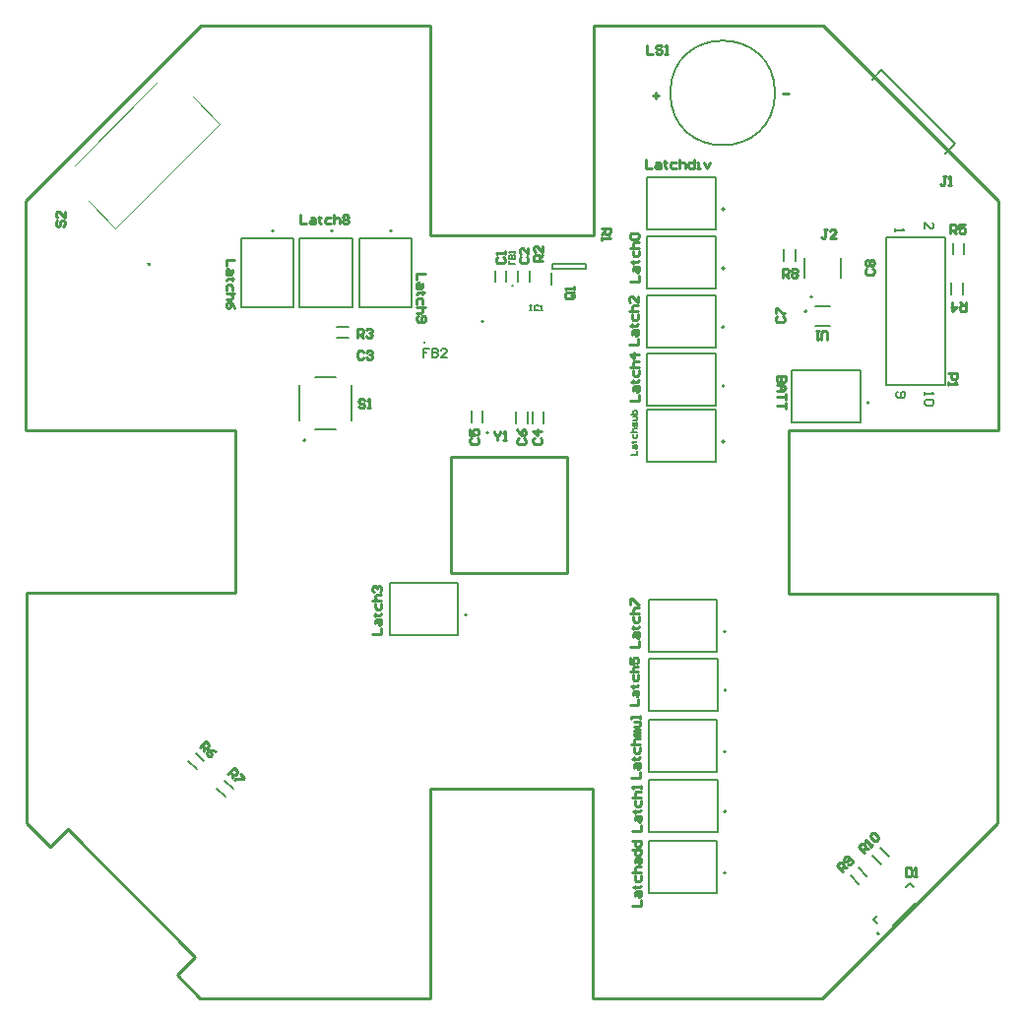
<source format=gto>
G04*
G04 #@! TF.GenerationSoftware,Altium Limited,Altium Designer,21.8.1 (53)*
G04*
G04 Layer_Color=65535*
%FSLAX42Y42*%
%MOMM*%
G71*
G04*
G04 #@! TF.SameCoordinates,4C7B3126-2604-42B9-8956-4212446E7276*
G04*
G04*
G04 #@! TF.FilePolarity,Positive*
G04*
G01*
G75*
%ADD10C,0.20*%
%ADD11C,0.13*%
%ADD12C,0.10*%
%ADD13C,0.20*%
%ADD14C,0.25*%
%ADD15C,0.15*%
%ADD16C,0.25*%
D10*
X1165Y6429D02*
G03*
X1151Y6444I-7J7D01*
G01*
D02*
G03*
X1165Y6429I7J-7D01*
G01*
X7352Y5248D02*
G03*
X7352Y5248I-10J0D01*
G01*
X6121Y2245D02*
G03*
X6121Y2245I-10J0D01*
G01*
X6121Y3279D02*
G03*
X6121Y3279I-10J0D01*
G01*
X3894Y3421D02*
G03*
X3894Y3421I-10J0D01*
G01*
X6122Y2774D02*
G03*
X6122Y2774I-10J0D01*
G01*
X6107Y4912D02*
G03*
X6107Y4912I-10J0D01*
G01*
X6107Y5392D02*
G03*
X6107Y5392I-10J0D01*
G01*
Y5895D02*
G03*
X6107Y5895I-10J0D01*
G01*
Y6401D02*
G03*
X6107Y6401I-10J0D01*
G01*
Y6910D02*
G03*
X6107Y6910I-10J0D01*
G01*
X2741Y6723D02*
G03*
X2741Y6723I-10J0D01*
G01*
X2509Y4922D02*
G03*
X2509Y4922I-10J0D01*
G01*
X3252Y6724D02*
G03*
X3252Y6724I-10J0D01*
G01*
X6121Y1204D02*
G03*
X6121Y1204I-10J0D01*
G01*
X6817Y6032D02*
G03*
X6817Y6032I-10J0D01*
G01*
X6865Y6156D02*
G03*
X6865Y6156I-10J0D01*
G01*
X4080Y4986D02*
G03*
X4080Y4986I-10J0D01*
G01*
X4037Y5945D02*
G03*
X4037Y5945I-10J0D01*
G01*
X7437Y680D02*
G03*
X7437Y680I-10J0D01*
G01*
X6122Y1732D02*
G03*
X6122Y1732I-10J0D01*
G01*
X2234Y6726D02*
G03*
X2234Y6726I-10J0D01*
G01*
X7500Y5397D02*
X8008D01*
X7500Y6667D02*
X8008D01*
Y5397D02*
Y6667D01*
X7500Y5397D02*
Y6667D01*
X7377Y8022D02*
X7458Y8104D01*
X8090Y7471D01*
X8009Y7390D02*
X8090Y7471D01*
X3530Y5760D02*
Y5770D01*
X4624Y6259D02*
Y6364D01*
X4629Y6399D02*
X4919D01*
Y6444D01*
X4629D02*
X4919D01*
X4629Y6399D02*
Y6444D01*
X4279Y6256D02*
X4289D01*
X5304Y4801D02*
X5354D01*
Y4834D01*
X5321Y4859D02*
Y4876D01*
X5329Y4884D01*
X5354D01*
Y4859D01*
X5346Y4851D01*
X5337Y4859D01*
Y4884D01*
X5312Y4909D02*
X5321D01*
Y4901D01*
Y4918D01*
Y4909D01*
X5346D01*
X5354Y4918D01*
X5321Y4976D02*
Y4951D01*
X5329Y4943D01*
X5346D01*
X5354Y4951D01*
Y4976D01*
X5304Y4993D02*
X5354D01*
X5329D01*
X5321Y5001D01*
Y5018D01*
X5329Y5026D01*
X5354D01*
Y5043D02*
Y5068D01*
X5346Y5076D01*
X5337Y5068D01*
Y5051D01*
X5329Y5043D01*
X5321Y5051D01*
Y5076D01*
Y5093D02*
X5346D01*
X5354Y5101D01*
Y5126D01*
X5321D01*
X5304Y5143D02*
X5354D01*
Y5168D01*
X5346Y5176D01*
X5337D01*
X5329D01*
X5321Y5168D01*
Y5143D01*
D11*
X6543Y7910D02*
G03*
X6543Y7910I-450J0D01*
G01*
X6687Y5523D02*
X7277D01*
Y5073D02*
Y5523D01*
X6687Y5073D02*
X7277D01*
X6687D02*
Y5523D01*
X5456Y2520D02*
X6046D01*
Y2070D02*
Y2520D01*
X5456Y2070D02*
X6046D01*
X5456D02*
Y2520D01*
Y3104D02*
Y3554D01*
Y3104D02*
X6046D01*
Y3554D01*
X5456D02*
X6046D01*
X3229Y3246D02*
Y3696D01*
Y3246D02*
X3819D01*
Y3696D01*
X3229D02*
X3819D01*
X5457Y3049D02*
X6047D01*
Y2599D02*
Y3049D01*
X5457Y2599D02*
X6047D01*
X5457D02*
Y3049D01*
X5442Y4737D02*
Y5187D01*
Y4737D02*
X6032D01*
Y5187D01*
X5442D02*
X6032D01*
X5442Y5217D02*
Y5667D01*
Y5217D02*
X6032D01*
Y5667D01*
X5442D02*
X6032D01*
X5442Y5720D02*
Y6170D01*
Y5720D02*
X6032D01*
Y6170D01*
X5442D02*
X6032D01*
X5442Y6676D02*
X6032D01*
Y6226D02*
Y6676D01*
X5442Y6226D02*
X6032D01*
X5442D02*
Y6676D01*
X5442Y6735D02*
Y7185D01*
Y6735D02*
X6032D01*
Y7185D01*
X5442D02*
X6032D01*
X2456Y6068D02*
X2906D01*
Y6658D01*
X2456D02*
X2906D01*
X2456Y6068D02*
Y6658D01*
X2449Y5090D02*
Y5401D01*
X2586Y5470D02*
X2762D01*
X2899Y5090D02*
Y5401D01*
X2586Y5020D02*
X2762D01*
X2967Y6069D02*
X3417D01*
Y6659D01*
X2967D02*
X3417D01*
X2967Y6069D02*
Y6659D01*
X5456Y1479D02*
X6046D01*
Y1029D02*
Y1479D01*
X5456Y1029D02*
X6046D01*
X5456D02*
Y1479D01*
X6716Y6467D02*
Y6567D01*
X6620Y6467D02*
Y6567D01*
X6892Y5910D02*
X7017D01*
X6892Y6074D02*
X7017D01*
X6798Y6318D02*
Y6494D01*
X7112Y6318D02*
Y6494D01*
X8157Y6181D02*
Y6281D01*
X8061Y6181D02*
Y6281D01*
X8071Y6521D02*
Y6621D01*
X8167Y6521D02*
Y6621D01*
X2776Y5897D02*
X2876D01*
X2776Y5801D02*
X2876D01*
X4029Y5077D02*
Y5177D01*
X3933Y5077D02*
Y5177D01*
X4317Y5072D02*
Y5172D01*
X4413Y5072D02*
Y5172D01*
X4455Y5071D02*
Y5171D01*
X4551Y5071D02*
Y5171D01*
X7391Y798D02*
X7423Y766D01*
X7706Y1113D02*
X7738Y1081D01*
X7558Y752D02*
X7752Y946D01*
X7391Y798D02*
X7426Y833D01*
X7671Y1078D02*
X7706Y1113D01*
X1813Y1998D02*
X1884Y1927D01*
X1745Y1930D02*
X1816Y1859D01*
X4432Y6284D02*
Y6384D01*
X4336Y6284D02*
Y6384D01*
X4233Y6284D02*
Y6384D01*
X4137Y6284D02*
Y6384D01*
X1497Y2163D02*
X1568Y2093D01*
X1565Y2231D02*
X1635Y2161D01*
X7383Y1350D02*
X7454Y1279D01*
X7451Y1418D02*
X7522Y1347D01*
X7190Y1180D02*
X7261Y1109D01*
X7258Y1248D02*
X7329Y1177D01*
X5457Y1557D02*
Y2007D01*
Y1557D02*
X6047D01*
Y2007D01*
X5457D02*
X6047D01*
X1949Y6071D02*
X2399D01*
Y6661D01*
X1949D02*
X2399D01*
X1949Y6071D02*
Y6661D01*
D12*
X520Y7287D02*
X1227Y7994D01*
X637Y6980D02*
X873Y6743D01*
X1771Y7641D01*
X1535Y7878D02*
X1771Y7641D01*
D13*
X7830Y6744D02*
Y6794D01*
X7880Y6744D01*
X7893D01*
X7905Y6757D01*
Y6782D01*
X7893Y6794D01*
X7576Y6744D02*
Y6719D01*
Y6731D01*
X7651D01*
X7639Y6744D01*
X7599Y5342D02*
X7587Y5329D01*
Y5304D01*
X7599Y5292D01*
X7649D01*
X7662Y5304D01*
Y5329D01*
X7649Y5342D01*
X7637D01*
X7624Y5329D01*
Y5292D01*
X7833Y5337D02*
Y5312D01*
Y5324D01*
X7908D01*
X7896Y5337D01*
Y5274D02*
X7908Y5262D01*
Y5237D01*
X7896Y5224D01*
X7846D01*
X7833Y5237D01*
Y5262D01*
X7846Y5274D01*
X7896D01*
D14*
X5493Y7887D02*
X5543D01*
X5518Y7912D02*
Y7862D01*
X6613Y7907D02*
X6663D01*
X5306Y2020D02*
X5381D01*
Y2070D01*
X5331Y2107D02*
Y2132D01*
X5343Y2145D01*
X5381D01*
Y2107D01*
X5368Y2095D01*
X5356Y2107D01*
Y2145D01*
X5318Y2182D02*
X5331D01*
Y2170D01*
Y2195D01*
Y2182D01*
X5368D01*
X5381Y2195D01*
X5331Y2282D02*
Y2245D01*
X5343Y2232D01*
X5368D01*
X5381Y2245D01*
Y2282D01*
X5306Y2307D02*
X5381D01*
X5343D01*
X5331Y2320D01*
Y2345D01*
X5343Y2357D01*
X5381D01*
Y2382D02*
X5331D01*
Y2395D01*
X5343Y2407D01*
X5381D01*
X5343D01*
X5331Y2420D01*
X5343Y2432D01*
X5381D01*
X5331Y2457D02*
X5368D01*
X5381Y2470D01*
Y2507D01*
X5331D01*
X5381Y2532D02*
Y2557D01*
Y2545D01*
X5306D01*
Y2532D01*
X8030Y5497D02*
X8105D01*
Y5459D01*
X8093Y5447D01*
X8068D01*
X8055Y5459D01*
Y5497D01*
X8030Y5422D02*
Y5397D01*
Y5409D01*
X8105D01*
X8093Y5422D01*
X371Y6815D02*
X359Y6803D01*
Y6778D01*
X371Y6765D01*
X384D01*
X396Y6778D01*
Y6803D01*
X409Y6815D01*
X421D01*
X434Y6803D01*
Y6778D01*
X421Y6765D01*
X434Y6890D02*
Y6840D01*
X384Y6890D01*
X371D01*
X359Y6878D01*
Y6853D01*
X371Y6840D01*
X4132Y4997D02*
Y4985D01*
X4157Y4960D01*
X4182Y4985D01*
Y4997D01*
X4157Y4960D02*
Y4922D01*
X4207D02*
X4232D01*
X4219D01*
Y4997D01*
X4207Y4985D01*
X6994Y5787D02*
Y5849D01*
X6982Y5862D01*
X6957D01*
X6944Y5849D01*
Y5787D01*
X6919Y5862D02*
X6894D01*
X6907D01*
Y5787D01*
X6919Y5799D01*
X3013Y5266D02*
X3000Y5279D01*
X2975D01*
X2963Y5266D01*
Y5254D01*
X2975Y5241D01*
X3000D01*
X3013Y5229D01*
Y5216D01*
X3000Y5204D01*
X2975D01*
X2963Y5216D01*
X3038Y5204D02*
X3063D01*
X3050D01*
Y5279D01*
X3038Y5266D01*
X4545Y6467D02*
X4470D01*
Y6505D01*
X4483Y6517D01*
X4508D01*
X4520Y6505D01*
Y6467D01*
Y6492D02*
X4545Y6517D01*
Y6592D02*
Y6542D01*
X4495Y6592D01*
X4483D01*
X4470Y6580D01*
Y6555D01*
X4483Y6542D01*
X5050Y6745D02*
X5125D01*
Y6708D01*
X5113Y6695D01*
X5088D01*
X5075Y6708D01*
Y6745D01*
Y6720D02*
X5050Y6695D01*
Y6670D02*
Y6645D01*
Y6658D01*
X5125D01*
X5113Y6670D01*
X6608Y6325D02*
Y6400D01*
X6645D01*
X6658Y6388D01*
Y6363D01*
X6645Y6350D01*
X6608D01*
X6633D02*
X6658Y6325D01*
X6683Y6388D02*
X6695Y6400D01*
X6720D01*
X6733Y6388D01*
Y6375D01*
X6720Y6363D01*
X6733Y6350D01*
Y6338D01*
X6720Y6325D01*
X6695D01*
X6683Y6338D01*
Y6350D01*
X6695Y6363D01*
X6683Y6375D01*
Y6388D01*
X6695Y6363D02*
X6720D01*
X7311Y1373D02*
X7258Y1426D01*
X7284Y1452D01*
X7302D01*
X7320Y1435D01*
X7320Y1417D01*
X7293Y1390D01*
X7311Y1408D02*
X7346Y1408D01*
X7364Y1426D02*
X7382Y1443D01*
X7373Y1435D01*
X7320Y1488D01*
Y1470D01*
X7364Y1514D02*
Y1532D01*
X7382Y1550D01*
X7399D01*
X7435Y1514D01*
Y1497D01*
X7417Y1479D01*
X7399D01*
X7364Y1514D01*
X7127Y1215D02*
X7074Y1268D01*
X7101Y1294D01*
X7119D01*
X7136Y1276D01*
X7136Y1259D01*
X7110Y1232D01*
X7127Y1250D02*
X7163Y1250D01*
X7172Y1276D02*
X7189D01*
X7207Y1294D01*
Y1312D01*
X7172Y1347D01*
X7154D01*
X7136Y1329D01*
Y1312D01*
X7145Y1303D01*
X7163D01*
X7189Y1329D01*
X1838Y2055D02*
X1891Y2108D01*
X1917Y2082D01*
Y2064D01*
X1900Y2046D01*
X1882Y2046D01*
X1855Y2073D01*
X1873Y2055D02*
X1873Y2020D01*
X1944Y2055D02*
X1979Y2020D01*
X1970Y2011D01*
X1900D01*
X1891Y2002D01*
X1594Y2284D02*
X1647Y2337D01*
X1674Y2310D01*
Y2293D01*
X1656Y2275D01*
X1639Y2275D01*
X1612Y2302D01*
X1630Y2284D02*
X1630Y2249D01*
X1736D02*
X1709Y2257D01*
X1674D01*
X1656Y2240D01*
Y2222D01*
X1674Y2204D01*
X1692D01*
X1700Y2213D01*
X1700Y2231D01*
X1674Y2257D01*
X8053Y6701D02*
Y6776D01*
X8090D01*
X8103Y6764D01*
Y6739D01*
X8090Y6726D01*
X8053D01*
X8078D02*
X8103Y6701D01*
X8178Y6776D02*
X8128D01*
Y6739D01*
X8153Y6751D01*
X8165D01*
X8178Y6739D01*
Y6714D01*
X8165Y6701D01*
X8140D01*
X8128Y6714D01*
X8181Y6106D02*
Y6031D01*
X8144D01*
X8131Y6043D01*
Y6068D01*
X8144Y6081D01*
X8181D01*
X8156D02*
X8131Y6106D01*
X8069D02*
Y6031D01*
X8106Y6068D01*
X8056D01*
X2952Y5807D02*
Y5882D01*
X2990D01*
X3002Y5870D01*
Y5845D01*
X2990Y5832D01*
X2952D01*
X2977D02*
X3002Y5807D01*
X3027Y5870D02*
X3040Y5882D01*
X3065D01*
X3077Y5870D01*
Y5857D01*
X3065Y5845D01*
X3052D01*
X3065D01*
X3077Y5832D01*
Y5820D01*
X3065Y5807D01*
X3040D01*
X3027Y5820D01*
X4801Y6192D02*
X4751D01*
X4739Y6179D01*
Y6154D01*
X4751Y6142D01*
X4801D01*
X4814Y6154D01*
Y6179D01*
X4789Y6167D02*
X4814Y6192D01*
Y6179D02*
X4801Y6192D01*
X4814Y6217D02*
Y6242D01*
Y6229D01*
X4739D01*
X4751Y6217D01*
X5445Y8320D02*
Y8245D01*
X5495D01*
X5570Y8308D02*
X5558Y8320D01*
X5533D01*
X5520Y8308D01*
Y8295D01*
X5533Y8283D01*
X5558D01*
X5570Y8270D01*
Y8258D01*
X5558Y8245D01*
X5533D01*
X5520Y8258D01*
X5595Y8245D02*
X5620D01*
X5608D01*
Y8320D01*
X5595Y8308D01*
X5432Y7337D02*
Y7262D01*
X5482D01*
X5520Y7312D02*
X5545D01*
X5557Y7300D01*
Y7262D01*
X5520D01*
X5507Y7275D01*
X5520Y7287D01*
X5557D01*
X5595Y7325D02*
Y7312D01*
X5582D01*
X5607D01*
X5595D01*
Y7275D01*
X5607Y7262D01*
X5695Y7312D02*
X5657D01*
X5645Y7300D01*
Y7275D01*
X5657Y7262D01*
X5695D01*
X5720Y7337D02*
Y7262D01*
Y7300D01*
X5732Y7312D01*
X5757D01*
X5770Y7300D01*
Y7262D01*
X5845Y7337D02*
Y7262D01*
X5807D01*
X5795Y7275D01*
Y7300D01*
X5807Y7312D01*
X5845D01*
X5870Y7262D02*
X5895D01*
X5882D01*
Y7312D01*
X5870D01*
X5932D02*
X5957Y7262D01*
X5982Y7312D01*
X3539Y6356D02*
X3464D01*
Y6306D01*
X3514Y6268D02*
Y6243D01*
X3501Y6231D01*
X3464D01*
Y6268D01*
X3476Y6281D01*
X3489Y6268D01*
Y6231D01*
X3526Y6193D02*
X3514D01*
Y6206D01*
Y6181D01*
Y6193D01*
X3476D01*
X3464Y6181D01*
X3514Y6093D02*
Y6131D01*
X3501Y6143D01*
X3476D01*
X3464Y6131D01*
Y6093D01*
X3539Y6068D02*
X3464D01*
X3501D01*
X3514Y6056D01*
Y6031D01*
X3501Y6018D01*
X3464D01*
X3476Y5993D02*
X3464Y5981D01*
Y5956D01*
X3476Y5943D01*
X3526D01*
X3539Y5956D01*
Y5981D01*
X3526Y5993D01*
X3514D01*
X3501Y5981D01*
Y5943D01*
X2463Y6860D02*
Y6785D01*
X2513D01*
X2551Y6835D02*
X2576D01*
X2588Y6822D01*
Y6785D01*
X2551D01*
X2538Y6797D01*
X2551Y6810D01*
X2588D01*
X2626Y6847D02*
Y6835D01*
X2613D01*
X2638D01*
X2626D01*
Y6797D01*
X2638Y6785D01*
X2726Y6835D02*
X2688D01*
X2676Y6822D01*
Y6797D01*
X2688Y6785D01*
X2726D01*
X2751Y6860D02*
Y6785D01*
Y6822D01*
X2763Y6835D01*
X2788D01*
X2801Y6822D01*
Y6785D01*
X2826Y6847D02*
X2838Y6860D01*
X2863D01*
X2876Y6847D01*
Y6835D01*
X2863Y6822D01*
X2876Y6810D01*
Y6797D01*
X2863Y6785D01*
X2838D01*
X2826Y6797D01*
Y6810D01*
X2838Y6822D01*
X2826Y6835D01*
Y6847D01*
X2838Y6822D02*
X2863D01*
X5301Y3147D02*
X5376D01*
Y3197D01*
X5326Y3234D02*
Y3259D01*
X5338Y3272D01*
X5376D01*
Y3234D01*
X5363Y3222D01*
X5351Y3234D01*
Y3272D01*
X5313Y3309D02*
X5326D01*
Y3297D01*
Y3322D01*
Y3309D01*
X5363D01*
X5376Y3322D01*
X5326Y3409D02*
Y3372D01*
X5338Y3359D01*
X5363D01*
X5376Y3372D01*
Y3409D01*
X5301Y3434D02*
X5376D01*
X5338D01*
X5326Y3447D01*
Y3472D01*
X5338Y3484D01*
X5376D01*
X5301Y3509D02*
Y3559D01*
X5313D01*
X5363Y3509D01*
X5376D01*
X1898Y6472D02*
X1823D01*
Y6422D01*
X1873Y6385D02*
Y6360D01*
X1860Y6347D01*
X1823D01*
Y6385D01*
X1835Y6397D01*
X1848Y6385D01*
Y6347D01*
X1885Y6310D02*
X1873D01*
Y6322D01*
Y6297D01*
Y6310D01*
X1835D01*
X1823Y6297D01*
X1873Y6210D02*
Y6247D01*
X1860Y6260D01*
X1835D01*
X1823Y6247D01*
Y6210D01*
X1898Y6185D02*
X1823D01*
X1860D01*
X1873Y6172D01*
Y6147D01*
X1860Y6135D01*
X1823D01*
X1898Y6060D02*
X1885Y6085D01*
X1860Y6110D01*
X1835D01*
X1823Y6097D01*
Y6072D01*
X1835Y6060D01*
X1848D01*
X1860Y6072D01*
Y6110D01*
X5294Y2644D02*
X5369D01*
Y2694D01*
X5319Y2731D02*
Y2756D01*
X5331Y2769D01*
X5369D01*
Y2731D01*
X5356Y2719D01*
X5344Y2731D01*
Y2769D01*
X5306Y2806D02*
X5319D01*
Y2794D01*
Y2819D01*
Y2806D01*
X5356D01*
X5369Y2819D01*
X5319Y2906D02*
Y2869D01*
X5331Y2856D01*
X5356D01*
X5369Y2869D01*
Y2906D01*
X5294Y2931D02*
X5369D01*
X5331D01*
X5319Y2944D01*
Y2969D01*
X5331Y2981D01*
X5369D01*
X5294Y3056D02*
Y3006D01*
X5331D01*
X5319Y3031D01*
Y3044D01*
X5331Y3056D01*
X5356D01*
X5369Y3044D01*
Y3019D01*
X5356Y3006D01*
X5297Y5265D02*
X5371D01*
Y5315D01*
X5322Y5352D02*
Y5377D01*
X5334Y5390D01*
X5371D01*
Y5352D01*
X5359Y5340D01*
X5346Y5352D01*
Y5390D01*
X5309Y5427D02*
X5322D01*
Y5415D01*
Y5440D01*
Y5427D01*
X5359D01*
X5371Y5440D01*
X5322Y5527D02*
Y5490D01*
X5334Y5477D01*
X5359D01*
X5371Y5490D01*
Y5527D01*
X5297Y5552D02*
X5371D01*
X5334D01*
X5322Y5565D01*
Y5590D01*
X5334Y5602D01*
X5371D01*
Y5665D02*
X5297D01*
X5334Y5627D01*
Y5677D01*
X3082Y3258D02*
X3157D01*
Y3308D01*
X3107Y3346D02*
Y3371D01*
X3119Y3383D01*
X3157D01*
Y3346D01*
X3144Y3333D01*
X3132Y3346D01*
Y3383D01*
X3094Y3421D02*
X3107D01*
Y3408D01*
Y3433D01*
Y3421D01*
X3144D01*
X3157Y3433D01*
X3107Y3521D02*
Y3483D01*
X3119Y3471D01*
X3144D01*
X3157Y3483D01*
Y3521D01*
X3082Y3546D02*
X3157D01*
X3119D01*
X3107Y3558D01*
Y3583D01*
X3119Y3596D01*
X3157D01*
X3094Y3621D02*
X3082Y3633D01*
Y3658D01*
X3094Y3671D01*
X3107D01*
X3119Y3658D01*
Y3646D01*
Y3658D01*
X3132Y3671D01*
X3144D01*
X3157Y3658D01*
Y3633D01*
X3144Y3621D01*
X5289Y5745D02*
X5364D01*
Y5795D01*
X5314Y5833D02*
Y5858D01*
X5326Y5870D01*
X5364D01*
Y5833D01*
X5351Y5820D01*
X5339Y5833D01*
Y5870D01*
X5301Y5907D02*
X5314D01*
Y5895D01*
Y5920D01*
Y5907D01*
X5351D01*
X5364Y5920D01*
X5314Y6007D02*
Y5970D01*
X5326Y5957D01*
X5351D01*
X5364Y5970D01*
Y6007D01*
X5289Y6032D02*
X5364D01*
X5326D01*
X5314Y6045D01*
Y6070D01*
X5326Y6082D01*
X5364D01*
Y6157D02*
Y6107D01*
X5314Y6157D01*
X5301D01*
X5289Y6145D01*
Y6120D01*
X5301Y6107D01*
X5312Y1567D02*
X5387D01*
Y1617D01*
X5337Y1654D02*
Y1679D01*
X5349Y1691D01*
X5387D01*
Y1654D01*
X5374Y1642D01*
X5362Y1654D01*
Y1691D01*
X5324Y1729D02*
X5337D01*
Y1716D01*
Y1741D01*
Y1729D01*
X5374D01*
X5387Y1741D01*
X5337Y1829D02*
Y1791D01*
X5349Y1779D01*
X5374D01*
X5387Y1791D01*
Y1829D01*
X5312Y1854D02*
X5387D01*
X5349D01*
X5337Y1866D01*
Y1891D01*
X5349Y1904D01*
X5387D01*
Y1929D02*
Y1954D01*
Y1941D01*
X5312D01*
X5324Y1929D01*
X5297Y6291D02*
X5371D01*
Y6341D01*
X5322Y6379D02*
Y6404D01*
X5334Y6416D01*
X5371D01*
Y6379D01*
X5359Y6366D01*
X5346Y6379D01*
Y6416D01*
X5309Y6454D02*
X5322D01*
Y6441D01*
Y6466D01*
Y6454D01*
X5359D01*
X5371Y6466D01*
X5322Y6554D02*
Y6516D01*
X5334Y6504D01*
X5359D01*
X5371Y6516D01*
Y6554D01*
X5297Y6579D02*
X5371D01*
X5334D01*
X5322Y6591D01*
Y6616D01*
X5334Y6629D01*
X5371D01*
X5309Y6654D02*
X5297Y6666D01*
Y6691D01*
X5309Y6704D01*
X5359D01*
X5371Y6691D01*
Y6666D01*
X5359Y6654D01*
X5309D01*
X6990Y6733D02*
X6965D01*
X6978D01*
Y6670D01*
X6965Y6658D01*
X6953D01*
X6940Y6670D01*
X7065Y6658D02*
X7015D01*
X7065Y6708D01*
Y6720D01*
X7053Y6733D01*
X7028D01*
X7015Y6720D01*
X8011Y7193D02*
X7986D01*
X7999D01*
Y7130D01*
X7986Y7118D01*
X7974D01*
X7961Y7130D01*
X8036Y7118D02*
X8061D01*
X8049D01*
Y7193D01*
X8036Y7180D01*
X7665Y1247D02*
Y1172D01*
X7703D01*
X7715Y1184D01*
Y1234D01*
X7703Y1247D01*
X7665D01*
X7740Y1172D02*
X7765D01*
X7753D01*
Y1247D01*
X7740Y1234D01*
X7332Y6399D02*
X7320Y6387D01*
Y6362D01*
X7332Y6349D01*
X7382D01*
X7395Y6362D01*
Y6387D01*
X7382Y6399D01*
X7332Y6424D02*
X7320Y6437D01*
Y6461D01*
X7332Y6474D01*
X7345D01*
X7357Y6461D01*
X7370Y6474D01*
X7382D01*
X7395Y6461D01*
Y6437D01*
X7382Y6424D01*
X7370D01*
X7357Y6437D01*
X7345Y6424D01*
X7332D01*
X7357Y6437D02*
Y6461D01*
X6561Y5988D02*
X6549Y5976D01*
Y5951D01*
X6561Y5938D01*
X6611D01*
X6624Y5951D01*
Y5976D01*
X6611Y5988D01*
X6549Y6013D02*
Y6063D01*
X6561D01*
X6611Y6013D01*
X6624D01*
X4337Y4939D02*
X4325Y4927D01*
Y4902D01*
X4337Y4889D01*
X4387D01*
X4400Y4902D01*
Y4927D01*
X4387Y4939D01*
X4325Y5014D02*
X4337Y4989D01*
X4362Y4964D01*
X4387D01*
X4400Y4977D01*
Y5002D01*
X4387Y5014D01*
X4375D01*
X4362Y5002D01*
Y4964D01*
X3931Y4944D02*
X3918Y4932D01*
Y4907D01*
X3931Y4894D01*
X3981D01*
X3993Y4907D01*
Y4932D01*
X3981Y4944D01*
X3918Y5019D02*
Y4969D01*
X3956D01*
X3943Y4994D01*
Y5007D01*
X3956Y5019D01*
X3981D01*
X3993Y5007D01*
Y4982D01*
X3981Y4969D01*
X4474Y4942D02*
X4462Y4929D01*
Y4904D01*
X4474Y4892D01*
X4524D01*
X4537Y4904D01*
Y4929D01*
X4524Y4942D01*
X4537Y5004D02*
X4462D01*
X4499Y4967D01*
Y5017D01*
X3005Y5682D02*
X2993Y5694D01*
X2968D01*
X2955Y5682D01*
Y5632D01*
X2968Y5619D01*
X2993D01*
X3005Y5632D01*
X3030Y5682D02*
X3043Y5694D01*
X3068D01*
X3080Y5682D01*
Y5669D01*
X3068Y5657D01*
X3055D01*
X3068D01*
X3080Y5644D01*
Y5632D01*
X3068Y5619D01*
X3043D01*
X3030Y5632D01*
X4359Y6499D02*
X4346Y6487D01*
Y6462D01*
X4359Y6449D01*
X4409D01*
X4421Y6462D01*
Y6487D01*
X4409Y6499D01*
X4421Y6574D02*
Y6524D01*
X4371Y6574D01*
X4359D01*
X4346Y6562D01*
Y6537D01*
X4359Y6524D01*
X4158Y6497D02*
X4145Y6484D01*
Y6459D01*
X4158Y6447D01*
X4208D01*
X4220Y6459D01*
Y6484D01*
X4208Y6497D01*
X4220Y6522D02*
Y6547D01*
Y6534D01*
X4145D01*
X4158Y6522D01*
X6633Y5471D02*
X6558D01*
Y5433D01*
X6570Y5421D01*
X6583D01*
X6595Y5433D01*
Y5471D01*
Y5433D01*
X6608Y5421D01*
X6620D01*
X6633Y5433D01*
Y5471D01*
X6558Y5396D02*
X6608D01*
X6633Y5371D01*
X6608Y5346D01*
X6558D01*
X6595D01*
Y5396D01*
X6633Y5321D02*
Y5271D01*
Y5296D01*
X6558D01*
X6633Y5246D02*
Y5196D01*
Y5221D01*
X6558D01*
X5725Y128D02*
X5727Y126D01*
X3756Y3782D02*
Y4782D01*
Y3782D02*
X4756D01*
Y4782D01*
X3756D02*
X4756D01*
X1401Y324D02*
X1598Y126D01*
X3577D01*
Y1926D01*
X4977D01*
X4977Y126D02*
X4977Y1926D01*
X4977Y126D02*
X6952D01*
X8457Y1632D01*
Y3607D01*
X6657D02*
X8457D01*
X6657D02*
Y5007D01*
X8463D01*
Y6982D01*
X6957Y8487D02*
X8463Y6982D01*
X6957Y8488D02*
X6957Y8487D01*
X4982Y8488D02*
X6957D01*
X4982Y6686D02*
Y8488D01*
X3582Y6686D02*
X4982D01*
X3582D02*
Y8488D01*
X1607D02*
X3582D01*
X101Y6983D02*
X1607Y8488D01*
X101Y5008D02*
Y6983D01*
Y5008D02*
X1906D01*
Y3608D02*
Y5008D01*
X106Y3608D02*
X1906D01*
X106Y1633D02*
Y3608D01*
Y1633D02*
X312Y1427D01*
X460Y1576D01*
X1556Y480D01*
X1401Y324D02*
X1556Y480D01*
D15*
X4436Y6088D02*
X4453D01*
X4445D01*
Y6038D01*
X4436D01*
X4453D01*
X4511Y6080D02*
X4503Y6088D01*
X4486D01*
X4478Y6080D01*
Y6046D01*
X4486Y6038D01*
X4503D01*
X4511Y6046D01*
X4528Y6038D02*
X4545D01*
X4536D01*
Y6088D01*
X4528Y6080D01*
X3570Y5712D02*
X3520D01*
Y5674D01*
X3545D01*
X3520D01*
Y5637D01*
X3595Y5712D02*
Y5637D01*
X3632D01*
X3644Y5649D01*
Y5662D01*
X3632Y5674D01*
X3595D01*
X3632D01*
X3644Y5687D01*
Y5699D01*
X3632Y5712D01*
X3595D01*
X3719Y5637D02*
X3669D01*
X3719Y5687D01*
Y5699D01*
X3707Y5712D01*
X3682D01*
X3669Y5699D01*
X4257Y6469D02*
Y6436D01*
X4282D01*
Y6452D01*
Y6436D01*
X4307D01*
X4257Y6486D02*
X4307D01*
Y6511D01*
X4298Y6519D01*
X4290D01*
X4282Y6511D01*
Y6486D01*
Y6511D01*
X4273Y6519D01*
X4265D01*
X4257Y6511D01*
Y6486D01*
X4307Y6536D02*
Y6552D01*
Y6544D01*
X4257D01*
X4265Y6536D01*
D16*
X5314Y918D02*
X5389D01*
Y968D01*
X5339Y1005D02*
Y1030D01*
X5352Y1043D01*
X5389D01*
Y1005D01*
X5377Y993D01*
X5364Y1005D01*
Y1043D01*
X5327Y1080D02*
X5339D01*
Y1068D01*
Y1093D01*
Y1080D01*
X5377D01*
X5389Y1093D01*
X5339Y1180D02*
Y1143D01*
X5352Y1130D01*
X5377D01*
X5389Y1143D01*
Y1180D01*
X5314Y1205D02*
X5389D01*
X5352D01*
X5339Y1218D01*
Y1243D01*
X5352Y1255D01*
X5389D01*
X5339Y1293D02*
Y1318D01*
X5352Y1330D01*
X5389D01*
Y1293D01*
X5377Y1280D01*
X5364Y1293D01*
Y1330D01*
X5314Y1405D02*
X5389D01*
Y1368D01*
X5377Y1355D01*
X5352D01*
X5339Y1368D01*
Y1405D01*
X5314Y1480D02*
X5389D01*
Y1443D01*
X5377Y1430D01*
X5352D01*
X5339Y1443D01*
Y1480D01*
M02*

</source>
